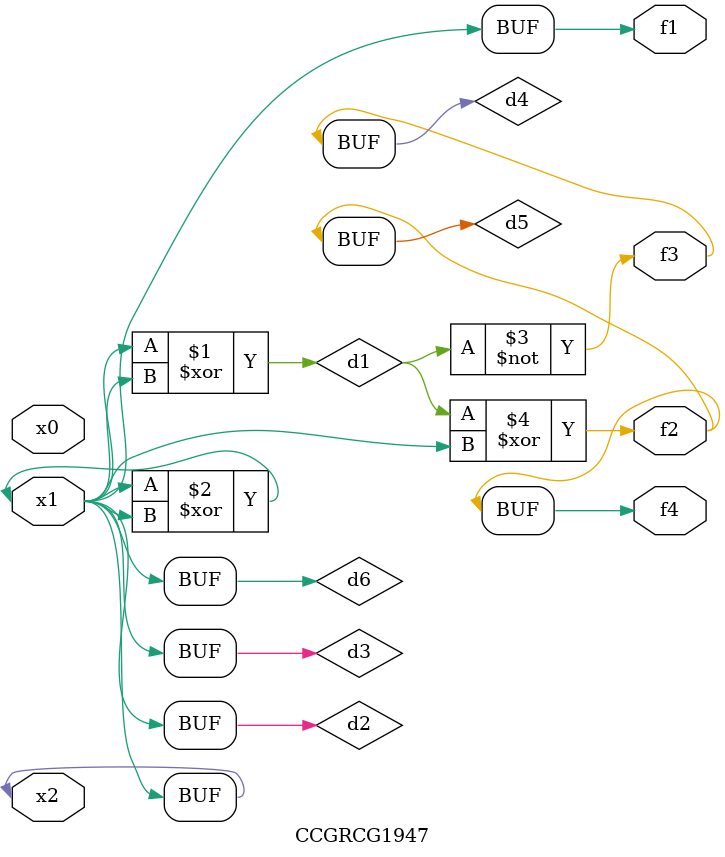
<source format=v>
module CCGRCG1947(
	input x0, x1, x2,
	output f1, f2, f3, f4
);

	wire d1, d2, d3, d4, d5, d6;

	xor (d1, x1, x2);
	buf (d2, x1, x2);
	xor (d3, x1, x2);
	nor (d4, d1);
	xor (d5, d1, d2);
	buf (d6, d2, d3);
	assign f1 = d6;
	assign f2 = d5;
	assign f3 = d4;
	assign f4 = d5;
endmodule

</source>
